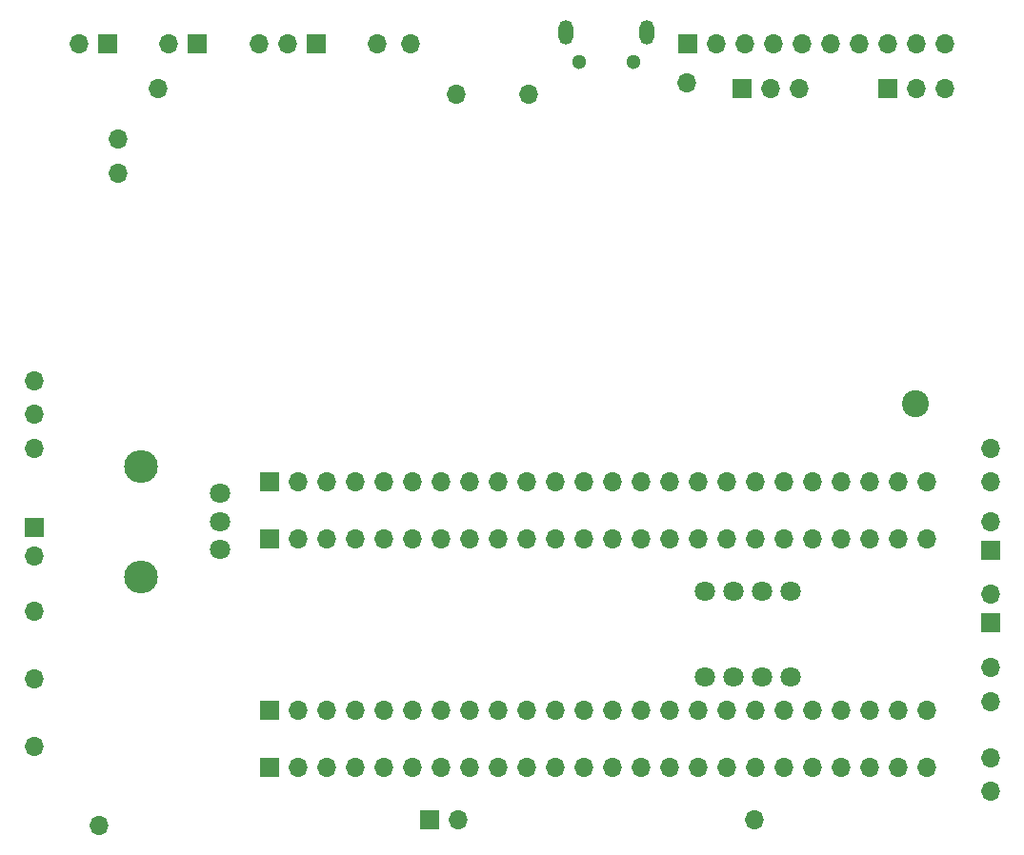
<source format=gbr>
%TF.GenerationSoftware,KiCad,Pcbnew,7.0.1-3b83917a11~172~ubuntu22.04.1*%
%TF.CreationDate,2023-04-04T04:15:17+02:00*%
%TF.ProjectId,EEE3088F_CKR,45454533-3038-4384-965f-434b522e6b69,0.2*%
%TF.SameCoordinates,Original*%
%TF.FileFunction,Soldermask,Bot*%
%TF.FilePolarity,Negative*%
%FSLAX46Y46*%
G04 Gerber Fmt 4.6, Leading zero omitted, Abs format (unit mm)*
G04 Created by KiCad (PCBNEW 7.0.1-3b83917a11~172~ubuntu22.04.1) date 2023-04-04 04:15:17*
%MOMM*%
%LPD*%
G01*
G04 APERTURE LIST*
%ADD10R,1.700000X1.700000*%
%ADD11O,1.700000X1.700000*%
%ADD12C,1.800000*%
%ADD13O,3.000000X2.900000*%
%ADD14C,2.400000*%
%ADD15C,1.300000*%
%ADD16O,1.300000X2.200000*%
G04 APERTURE END LIST*
D10*
%TO.C,J3*%
X128440000Y-86820000D03*
D11*
X130980000Y-86820000D03*
X133520000Y-86820000D03*
X136060000Y-86820000D03*
X138600000Y-86820000D03*
X141140000Y-86820000D03*
X143680000Y-86820000D03*
X146220000Y-86820000D03*
X148760000Y-86820000D03*
X151300000Y-86820000D03*
X153840000Y-86820000D03*
X156380000Y-86820000D03*
X158920000Y-86820000D03*
X161460000Y-86820000D03*
X164000000Y-86820000D03*
X166540000Y-86820000D03*
X169080000Y-86820000D03*
X171620000Y-86820000D03*
X174160000Y-86820000D03*
X176700000Y-86820000D03*
X179240000Y-86820000D03*
X181780000Y-86820000D03*
X184320000Y-86820000D03*
X186860000Y-86820000D03*
X186860000Y-71580000D03*
X184320000Y-71580000D03*
X181780000Y-71580000D03*
X179240000Y-71580000D03*
X176700000Y-71580000D03*
X174160000Y-71580000D03*
X171620000Y-71580000D03*
X169080000Y-71580000D03*
X166540000Y-71580000D03*
X164000000Y-71580000D03*
X161460000Y-71580000D03*
X158920000Y-71580000D03*
X156380000Y-71580000D03*
X153840000Y-71580000D03*
X151300000Y-71580000D03*
X148760000Y-71580000D03*
X146220000Y-71580000D03*
X143680000Y-71580000D03*
X141140000Y-71580000D03*
X138600000Y-71580000D03*
X136060000Y-71580000D03*
X133520000Y-71580000D03*
X130980000Y-71580000D03*
D10*
X128440000Y-71580000D03*
%TD*%
D11*
%TO.C,TP5*%
X118500000Y-31500000D03*
%TD*%
%TO.C,TP14*%
X107500000Y-84000000D03*
%TD*%
%TO.C,TP13*%
X107500000Y-78000000D03*
%TD*%
%TO.C,TP15*%
X107500000Y-90000000D03*
%TD*%
%TO.C,TP21*%
X138000000Y-27500000D03*
%TD*%
%TO.C,TP7*%
X192500000Y-94000000D03*
%TD*%
D10*
%TO.C,J1*%
X114040000Y-27500000D03*
D11*
X111500000Y-27500000D03*
%TD*%
D12*
%TO.C,RV1*%
X124000000Y-72500127D03*
X124000000Y-70000000D03*
X124000000Y-67500127D03*
D13*
X117000000Y-74899924D03*
X117000000Y-65100076D03*
%TD*%
D11*
%TO.C,TP1*%
X151500000Y-32000000D03*
%TD*%
D10*
%TO.C,JP4*%
X192500000Y-72540000D03*
D11*
X192500000Y-70000000D03*
%TD*%
%TO.C,TP20*%
X192500000Y-83000000D03*
%TD*%
D10*
%TO.C,JP3*%
X192500000Y-79040000D03*
D11*
X192500000Y-76500000D03*
%TD*%
%TO.C,TP8*%
X192500000Y-91000000D03*
%TD*%
%TO.C,TP6*%
X107500000Y-63500000D03*
%TD*%
%TO.C,TP10*%
X171500000Y-96500000D03*
%TD*%
%TO.C,TP4*%
X115000000Y-39000000D03*
%TD*%
D10*
%TO.C,JP2*%
X107500000Y-70500000D03*
D11*
X107500000Y-73040000D03*
%TD*%
D10*
%TO.C,J5*%
X132580000Y-27500000D03*
D11*
X130040000Y-27500000D03*
X127500000Y-27500000D03*
%TD*%
D10*
%TO.C,JP6*%
X183420000Y-31500000D03*
D11*
X185960000Y-31500000D03*
X188500000Y-31500000D03*
%TD*%
D10*
%TO.C,J4*%
X128440000Y-91900000D03*
D11*
X130980000Y-91900000D03*
X133520000Y-91900000D03*
X136060000Y-91900000D03*
X138600000Y-91900000D03*
X141140000Y-91900000D03*
X143680000Y-91900000D03*
X146220000Y-91900000D03*
X148760000Y-91900000D03*
X151300000Y-91900000D03*
X153840000Y-91900000D03*
X156380000Y-91900000D03*
X158920000Y-91900000D03*
X161460000Y-91900000D03*
X164000000Y-91900000D03*
X166540000Y-91900000D03*
X169080000Y-91900000D03*
X171620000Y-91900000D03*
X174160000Y-91900000D03*
X176700000Y-91900000D03*
X179240000Y-91900000D03*
X181780000Y-91900000D03*
X184320000Y-91900000D03*
X186860000Y-91900000D03*
X186860000Y-66500000D03*
X184320000Y-66500000D03*
X181780000Y-66500000D03*
X179240000Y-66500000D03*
X176700000Y-66500000D03*
X174160000Y-66500000D03*
X171620000Y-66500000D03*
X169080000Y-66500000D03*
X166540000Y-66500000D03*
X164000000Y-66500000D03*
X161460000Y-66500000D03*
X158920000Y-66500000D03*
X156380000Y-66500000D03*
X153840000Y-66500000D03*
X151300000Y-66500000D03*
X148760000Y-66500000D03*
X146220000Y-66500000D03*
X143680000Y-66500000D03*
X141140000Y-66500000D03*
X138600000Y-66500000D03*
X136060000Y-66500000D03*
X133520000Y-66500000D03*
X130980000Y-66500000D03*
D10*
X128440000Y-66500000D03*
%TD*%
D11*
%TO.C,TP11*%
X192500000Y-63500000D03*
%TD*%
%TO.C,TP22*%
X141000000Y-27500000D03*
%TD*%
%TO.C,TP16*%
X107500000Y-60500000D03*
%TD*%
D14*
%TO.C,u3*%
X185839980Y-59500000D03*
%TD*%
D15*
%TO.C,U8*%
X155975108Y-29170053D03*
D16*
X154800102Y-26500000D03*
X162000000Y-26500000D03*
D15*
X160824994Y-29170053D03*
%TD*%
D11*
%TO.C,TP19*%
X192500000Y-86000000D03*
%TD*%
%TO.C,TP3*%
X145000000Y-32000000D03*
%TD*%
D10*
%TO.C,J2*%
X122040000Y-27500000D03*
D11*
X119500000Y-27500000D03*
%TD*%
D10*
%TO.C,J6*%
X165640000Y-27500000D03*
D11*
X168180000Y-27500000D03*
X170720000Y-27500000D03*
X173260000Y-27500000D03*
X175800000Y-27500000D03*
X178340000Y-27500000D03*
X180880000Y-27500000D03*
X183420000Y-27500000D03*
X185960000Y-27500000D03*
X188500000Y-27500000D03*
%TD*%
%TO.C,TP18*%
X165500000Y-31000000D03*
%TD*%
D10*
%TO.C,JP5*%
X170460000Y-31500000D03*
D11*
X173000000Y-31500000D03*
X175540000Y-31500000D03*
%TD*%
%TO.C,TP17*%
X107500000Y-57500000D03*
%TD*%
D12*
%TO.C,U7*%
X167109992Y-83810008D03*
X169649997Y-83810008D03*
X172190003Y-83810008D03*
X174730008Y-83810008D03*
X174730008Y-76189992D03*
X172190003Y-76189992D03*
X169649997Y-76189992D03*
X167109992Y-76189992D03*
%TD*%
D10*
%TO.C,JP1*%
X142633366Y-96500000D03*
D11*
X145173366Y-96500000D03*
%TD*%
%TO.C,TP2*%
X115000000Y-36000000D03*
%TD*%
%TO.C,TP12*%
X192500000Y-66500000D03*
%TD*%
%TO.C,TP9*%
X113253366Y-97000000D03*
%TD*%
M02*

</source>
